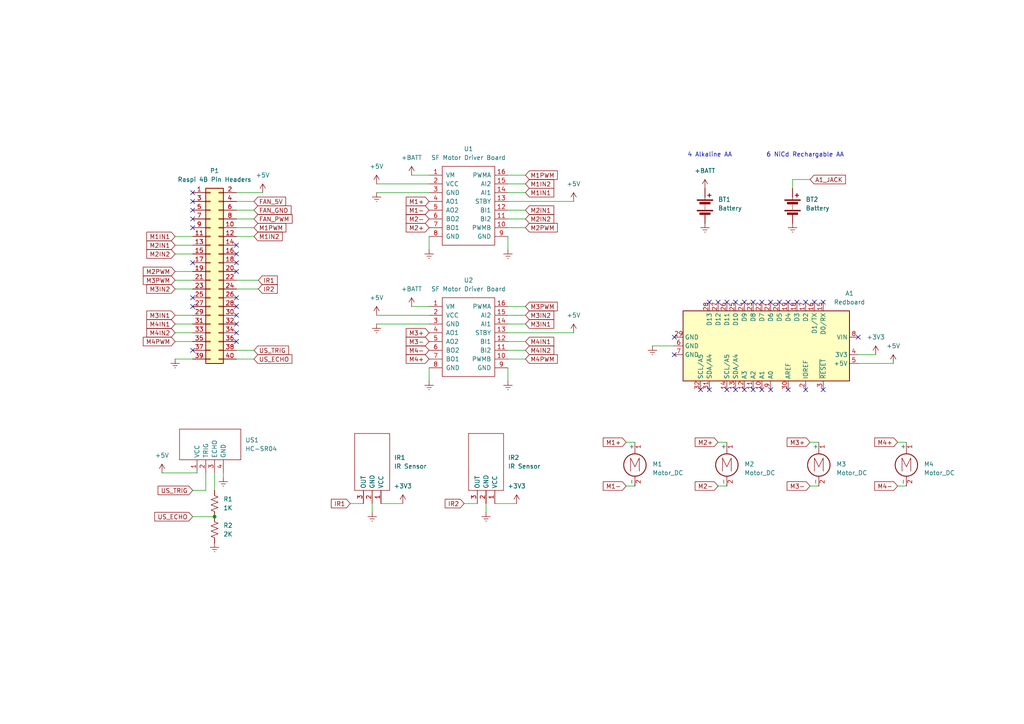
<source format=kicad_sch>
(kicad_sch (version 20230121) (generator eeschema)
  (paper "A4")
  (title_block (title "Sumo Robot 2 Electronics") (date "2023-11-28") (rev "2") (company "Vladyslav Aviedov") (comment 1 "GE1501 Cornerstone of Engineering"))
  (lib_symbols
    (symbol "Connector_Generic:Conn_02x20_Odd_Even" (pin_names (offset 1.016) hide)
      (property "Reference" "J" (at 1.27 25.4 0))
      (property "Value" "Conn_02x20_Odd_Even" (at 1.27 -27.94 0))
      (symbol "Conn_02x20_Odd_Even_1_1"
        (rectangle (start -1.27 -25.273) (end 0 -25.527) (stroke (width 0.1524)))
        (rectangle (start -1.27 -22.733) (end 0 -22.987) (stroke (width 0.1524)))
        (rectangle (start -1.27 -20.193) (end 0 -20.447) (stroke (width 0.1524)))
        (rectangle (start -1.27 -17.653) (end 0 -17.907) (stroke (width 0.1524)))
        (rectangle (start -1.27 -15.113) (end 0 -15.367) (stroke (width 0.1524)))
        (rectangle (start -1.27 -12.573) (end 0 -12.827) (stroke (width 0.1524)))
        (rectangle (start -1.27 -10.033) (end 0 -10.287) (stroke (width 0.1524)))
        (rectangle (start -1.27 -7.493) (end 0 -7.747) (stroke (width 0.1524)))
        (rectangle (start -1.27 -4.953) (end 0 -5.207) (stroke (width 0.1524)))
        (rectangle (start -1.27 -2.413) (end 0 -2.667) (stroke (width 0.1524)))
        (rectangle (start -1.27 0.127) (end 0 -0.127) (stroke (width 0.1524)))
        (rectangle (start -1.27 2.667) (end 0 2.413) (stroke (width 0.1524)))
        (rectangle (start -1.27 5.207) (end 0 4.953) (stroke (width 0.1524)))
        (rectangle (start -1.27 7.747) (end 0 7.493) (stroke (width 0.1524)))
        (rectangle (start -1.27 10.287) (end 0 10.033) (stroke (width 0.1524)))
        (rectangle (start -1.27 12.827) (end 0 12.573) (stroke (width 0.1524)))
        (rectangle (start -1.27 15.367) (end 0 15.113) (stroke (width 0.1524)))
        (rectangle (start -1.27 17.907) (end 0 17.653) (stroke (width 0.1524)))
        (rectangle (start -1.27 20.447) (end 0 20.193) (stroke (width 0.1524)))
        (rectangle (start -1.27 22.987) (end 0 22.733) (stroke (width 0.1524)))
        (rectangle (start -1.27 24.13) (end 3.81 -26.67) (stroke (width 0.254)) (fill (type background)))
        (rectangle (start 3.81 -25.273) (end 2.54 -25.527) (stroke (width 0.1524)))
        (rectangle (start 3.81 -22.733) (end 2.54 -22.987) (stroke (width 0.1524)))
        (rectangle (start 3.81 -20.193) (end 2.54 -20.447) (stroke (width 0.1524)))
        (rectangle (start 3.81 -17.653) (end 2.54 -17.907) (stroke (width 0.1524)))
        (rectangle (start 3.81 -15.113) (end 2.54 -15.367) (stroke (width 0.1524)))
        (rectangle (start 3.81 -12.573) (end 2.54 -12.827) (stroke (width 0.1524)))
        (rectangle (start 3.81 -10.033) (end 2.54 -10.287) (stroke (width 0.1524)))
        (rectangle (start 3.81 -7.493) (end 2.54 -7.747) (stroke (width 0.1524)))
        (rectangle (start 3.81 -4.953) (end 2.54 -5.207) (stroke (width 0.1524)))
        (rectangle (start 3.81 -2.413) (end 2.54 -2.667) (stroke (width 0.1524)))
        (rectangle (start 3.81 0.127) (end 2.54 -0.127) (stroke (width 0.1524)))
        (rectangle (start 3.81 2.667) (end 2.54 2.413) (stroke (width 0.1524)))
        (rectangle (start 3.81 5.207) (end 2.54 4.953) (stroke (width 0.1524)))
        (rectangle (start 3.81 7.747) (end 2.54 7.493) (stroke (width 0.1524)))
        (rectangle (start 3.81 10.287) (end 2.54 10.033) (stroke (width 0.1524)))
        (rectangle (start 3.81 12.827) (end 2.54 12.573) (stroke (width 0.1524)))
        (rectangle (start 3.81 15.367) (end 2.54 15.113) (stroke (width 0.1524)))
        (rectangle (start 3.81 17.907) (end 2.54 17.653) (stroke (width 0.1524)))
        (rectangle (start 3.81 20.447) (end 2.54 20.193) (stroke (width 0.1524)))
        (rectangle (start 3.81 22.987) (end 2.54 22.733) (stroke (width 0.1524)))
        (pin passive line (at -5.08 22.86 0) (length 3.81) (name "Pin_1") (number "1"))
        (pin passive line (at 7.62 12.7 180) (length 3.81) (name "Pin_10") (number "10"))
        (pin passive line (at -5.08 10.16 0) (length 3.81) (name "Pin_11") (number "11"))
        (pin passive line (at 7.62 10.16 180) (length 3.81) (name "Pin_12") (number "12"))
        (pin passive line (at -5.08 7.62 0) (length 3.81) (name "Pin_13") (number "13"))
        (pin passive line (at 7.62 7.62 180) (length 3.81) (name "Pin_14") (number "14"))
        (pin passive line (at -5.08 5.08 0) (length 3.81) (name "Pin_15") (number "15"))
        (pin passive line (at 7.62 5.08 180) (length 3.81) (name "Pin_16") (number "16"))
        (pin passive line (at -5.08 2.54 0) (length 3.81) (name "Pin_17") (number "17"))
        (pin passive line (at 7.62 2.54 180) (length 3.81) (name "Pin_18") (number "18"))
        (pin passive line (at -5.08 0 0) (length 3.81) (name "Pin_19") (number "19"))
        (pin passive line (at 7.62 22.86 180) (length 3.81) (name "Pin_2") (number "2"))
        (pin passive line (at 7.62 0 180) (length 3.81) (name "Pin_20") (number "20"))
        (pin passive line (at -5.08 -2.54 0) (length 3.81) (name "Pin_21") (number "21"))
        (pin passive line (at 7.62 -2.54 180) (length 3.81) (name "Pin_22") (number "22"))
        (pin passive line (at -5.08 -5.08 0) (length 3.81) (name "Pin_23") (number "23"))
        (pin passive line (at 7.62 -5.08 180) (length 3.81) (name "Pin_24") (number "24"))
        (pin passive line (at -5.08 -7.62 0) (length 3.81) (name "Pin_25") (number "25"))
        (pin passive line (at 7.62 -7.62 180) (length 3.81) (name "Pin_26") (number "26"))
        (pin passive line (at -5.08 -10.16 0) (length 3.81) (name "Pin_27") (number "27"))
        (pin passive line (at 7.62 -10.16 180) (length 3.81) (name "Pin_28") (number "28"))
        (pin passive line (at -5.08 -12.7 0) (length 3.81) (name "Pin_29") (number "29"))
        (pin passive line (at -5.08 20.32 0) (length 3.81) (name "Pin_3") (number "3"))
        (pin passive line (at 7.62 -12.7 180) (length 3.81) (name "Pin_30") (number "30"))
        (pin passive line (at -5.08 -15.24 0) (length 3.81) (name "Pin_31") (number "31"))
        (pin passive line (at 7.62 -15.24 180) (length 3.81) (name "Pin_32") (number "32"))
        (pin passive line (at -5.08 -17.78 0) (length 3.81) (name "Pin_33") (number "33"))
        (pin passive line (at 7.62 -17.78 180) (length 3.81) (name "Pin_34") (number "34"))
        (pin passive line (at -5.08 -20.32 0) (length 3.81) (name "Pin_35") (number "35"))
        (pin passive line (at 7.62 -20.32 180) (length 3.81) (name "Pin_36") (number "36"))
        (pin passive line (at -5.08 -22.86 0) (length 3.81) (name "Pin_37") (number "37"))
        (pin passive line (at 7.62 -22.86 180) (length 3.81) (name "Pin_38") (number "38"))
        (pin passive line (at -5.08 -25.4 0) (length 3.81) (name "Pin_39") (number "39"))
        (pin passive line (at 7.62 20.32 180) (length 3.81) (name "Pin_4") (number "4"))
        (pin passive line (at 7.62 -25.4 180) (length 3.81) (name "Pin_40") (number "40"))
        (pin passive line (at -5.08 17.78 0) (length 3.81) (name "Pin_5") (number "5"))
        (pin passive line (at 7.62 17.78 180) (length 3.81) (name "Pin_6") (number "6"))
        (pin passive line (at -5.08 15.24 0) (length 3.81) (name "Pin_7") (number "7"))
        (pin passive line (at 7.62 15.24 180) (length 3.81) (name "Pin_8") (number "8"))
        (pin passive line (at -5.08 12.7 0) (length 3.81) (name "Pin_9") (number "9"))
      )
    )
    (symbol "Device:Battery" (pin_numbers hide) (pin_names (offset 0) hide)
      (property "Reference" "BT" (at 2.54 2.54 0))
      (property "Value" "Battery" (at 2.54 0 0))
      (symbol "Battery_0_1"
        (rectangle (start -2.286 -1.27) (end 2.286 -1.524) (fill (type outline)))
        (rectangle (start -2.286 1.778) (end 2.286 1.524) (fill (type outline)))
        (rectangle (start -1.524 -2.032) (end 1.524 -2.54) (fill (type outline)))
        (rectangle (start -1.524 1.016) (end 1.524 0.508) (fill (type outline)))
        (polyline (pts (xy 0 -1.016) (xy 0 -0.762)))
        (polyline (pts (xy 0 -0.508) (xy 0 -0.254)))
        (polyline (pts (xy 0 0) (xy 0 0.254)))
        (polyline (pts (xy 0 1.778) (xy 0 2.54)))
        (polyline (pts (xy 0.762 3.048) (xy 1.778 3.048)) (stroke (width 0.254)))
        (polyline (pts (xy 1.27 3.556) (xy 1.27 2.54)) (stroke (width 0.254)))
      )
      (symbol "Battery_1_1"
        (pin passive line (at 0 5.08 270) (length 2.54) (name "+") (number "1"))
        (pin passive line (at 0 -5.08 90) (length 2.54) (name "-") (number "2"))
      )
    )
    (symbol "Device:R_US" (pin_numbers hide) (pin_names (offset 0))
      (property "Reference" "R" (at 2.54 0 90))
      (property "Value" "R_US" (at -2.54 0 90))
      (symbol "R_US_0_1"
        (polyline (pts (xy 0 -2.286) (xy 0 -2.54)))
        (polyline (pts (xy 0 2.286) (xy 0 2.54)))
        (polyline (pts (xy 0 -0.762) (xy 1.016 -1.143) (xy 0 -1.524) (xy -1.016 -1.905) (xy 0 -2.286)))
        (polyline (pts (xy 0 0.762) (xy 1.016 0.381) (xy 0 0) (xy -1.016 -0.381) (xy 0 -0.762)))
        (polyline (pts (xy 0 2.286) (xy 1.016 1.905) (xy 0 1.524) (xy -1.016 1.143) (xy 0 0.762)))
      )
      (symbol "R_US_1_1"
        (pin passive line (at 0 3.81 270) (length 1.27) (name "~") (number "1"))
        (pin passive line (at 0 -3.81 90) (length 1.27) (name "~") (number "2"))
      )
    )
    (symbol "IR Sensor_1"
      (property "Reference" "U" (at 0 -10.16 0))
      (property "Value" "IR Sensor" (at 0 -12.7 0))
      (symbol "IR Sensor_1_0_1"
        (rectangle (start 5.08 -8.89) (end -5.08 7.62))
      )
      (symbol "IR Sensor_1_1_1"
        (pin input line (at -2.54 11.43 270) (length 3.81) (name "VCC") (number "1"))
        (pin input line (at 0 11.43 270) (length 3.81) (name "GND") (number "2"))
        (pin output line (at 2.54 11.43 270) (length 3.81) (name "OUT") (number "3"))
      )
    )
    (symbol "MCU_Module:Arduino_UNO_R3"
      (property "Reference" "A" (at -10.16 23.495 0))
      (property "Value" "Arduino_UNO_R3" (at 5.08 -26.67 0))
      (symbol "Arduino_UNO_R3_0_1"
        (rectangle (start -10.16 22.86) (end 10.16 -25.4) (stroke (width 0.254)) (fill (type background)))
      )
      (symbol "Arduino_UNO_R3_1_1"
        (pin no_connect line (at -10.16 -20.32 0) (length 2.54) hide (name "NC") (number "1"))
        (pin bidirectional line (at 12.7 -2.54 180) (length 2.54) (name "A1") (number "10"))
        (pin bidirectional line (at 12.7 -5.08 180) (length 2.54) (name "A2") (number "11"))
        (pin bidirectional line (at 12.7 -7.62 180) (length 2.54) (name "A3") (number "12"))
        (pin bidirectional line (at 12.7 -10.16 180) (length 2.54) (name "SDA/A4") (number "13"))
        (pin bidirectional line (at 12.7 -12.7 180) (length 2.54) (name "SCL/A5") (number "14"))
        (pin bidirectional line (at -12.7 15.24 0) (length 2.54) (name "D0/RX") (number "15"))
        (pin bidirectional line (at -12.7 12.7 0) (length 2.54) (name "D1/TX") (number "16"))
        (pin bidirectional line (at -12.7 10.16 0) (length 2.54) (name "D2") (number "17"))
        (pin bidirectional line (at -12.7 7.62 0) (length 2.54) (name "D3") (number "18"))
        (pin bidirectional line (at -12.7 5.08 0) (length 2.54) (name "D4") (number "19"))
        (pin output line (at 12.7 10.16 180) (length 2.54) (name "IOREF") (number "2"))
        (pin bidirectional line (at -12.7 2.54 0) (length 2.54) (name "D5") (number "20"))
        (pin bidirectional line (at -12.7 0 0) (length 2.54) (name "D6") (number "21"))
        (pin bidirectional line (at -12.7 -2.54 0) (length 2.54) (name "D7") (number "22"))
        (pin bidirectional line (at -12.7 -5.08 0) (length 2.54) (name "D8") (number "23"))
        (pin bidirectional line (at -12.7 -7.62 0) (length 2.54) (name "D9") (number "24"))
        (pin bidirectional line (at -12.7 -10.16 0) (length 2.54) (name "D10") (number "25"))
        (pin bidirectional line (at -12.7 -12.7 0) (length 2.54) (name "D11") (number "26"))
        (pin bidirectional line (at -12.7 -15.24 0) (length 2.54) (name "D12") (number "27"))
        (pin bidirectional line (at -12.7 -17.78 0) (length 2.54) (name "D13") (number "28"))
        (pin power_in line (at -2.54 -27.94 90) (length 2.54) (name "GND") (number "29"))
        (pin input line (at 12.7 15.24 180) (length 2.54) (name "~{RESET}") (number "3"))
        (pin input line (at 12.7 5.08 180) (length 2.54) (name "AREF") (number "30"))
        (pin bidirectional line (at 12.7 -17.78 180) (length 2.54) (name "SDA/A4") (number "31"))
        (pin bidirectional line (at 12.7 -20.32 180) (length 2.54) (name "SCL/A5") (number "32"))
        (pin power_out line (at 2.54 25.4 270) (length 2.54) (name "3V3") (number "4"))
        (pin power_out line (at 5.08 25.4 270) (length 2.54) (name "+5V") (number "5"))
        (pin power_in line (at 0 -27.94 90) (length 2.54) (name "GND") (number "6"))
        (pin power_in line (at 2.54 -27.94 90) (length 2.54) (name "GND") (number "7"))
        (pin power_in line (at -2.54 25.4 270) (length 2.54) (name "VIN") (number "8"))
        (pin bidirectional line (at 12.7 0 180) (length 2.54) (name "A0") (number "9"))
      )
    )
    (symbol "Motor:Motor_DC" (pin_names (offset 0))
      (property "Reference" "M" (at 2.54 2.54 0))
      (property "Value" "Motor_DC" (at 2.54 -5.08 0))
      (symbol "Motor_DC_0_0"
        (polyline (pts (xy -1.27 -3.302) (xy -1.27 0.508) (xy 0 -2.032) (xy 1.27 0.508) (xy 1.27 -3.302)))
      )
      (symbol "Motor_DC_0_1"
        (circle (center 0 -1.524) (radius 3.2512) (stroke (width 0.254)))
        (polyline (pts (xy 0 -7.62) (xy 0 -7.112)))
        (polyline (pts (xy 0 -4.7752) (xy 0 -5.1816)))
        (polyline (pts (xy 0 1.7272) (xy 0 2.0828)))
        (polyline (pts (xy 0 2.032) (xy 0 2.54)))
      )
      (symbol "Motor_DC_1_1"
        (pin passive line (at 0 5.08 270) (length 2.54) (name "+") (number "1"))
        (pin passive line (at 0 -7.62 90) (length 2.54) (name "-") (number "2"))
      )
    )
    (symbol "power:+3V3" (power) (pin_names (offset 0))
      (property "Value" "+3V3" (at 0 3.556 0))
      (symbol "+3V3_0_1"
        (polyline (pts (xy -0.762 1.27) (xy 0 2.54)))
        (polyline (pts (xy 0 0) (xy 0 2.54)))
        (polyline (pts (xy 0 2.54) (xy 0.762 1.27)))
      )
      (symbol "+3V3_1_1"
        (pin power_in line (at 0 0 90) (length 0) hide (name "+3V3") (number "1"))
      )
    )
    (symbol "power:+5V" (power) (pin_names (offset 0))
      (property "Value" "+5V" (at 0 3.556 0))
      (symbol "+5V_0_1"
        (polyline (pts (xy -0.762 1.27) (xy 0 2.54)))
        (polyline (pts (xy 0 0) (xy 0 2.54)))
        (polyline (pts (xy 0 2.54) (xy 0.762 1.27)))
      )
      (symbol "+5V_1_1"
        (pin power_in line (at 0 0 90) (length 0) hide (name "+5V") (number "1"))
      )
    )
    (symbol "power:+BATT" (power) (pin_names (offset 0))
      (property "Value" "+BATT" (at 0 3.556 0))
      (symbol "+BATT_0_1"
        (polyline (pts (xy -0.762 1.27) (xy 0 2.54)))
        (polyline (pts (xy 0 0) (xy 0 2.54)))
        (polyline (pts (xy 0 2.54) (xy 0.762 1.27)))
      )
      (symbol "+BATT_1_1"
        (pin power_in line (at 0 0 90) (length 0) hide (name "+BATT") (number "1"))
      )
    )
    (symbol "power:Earth" (power) (pin_names (offset 0))
      (symbol "Earth_0_1"
        (polyline (pts (xy -0.635 -1.905) (xy 0.635 -1.905)))
        (polyline (pts (xy -0.127 -2.54) (xy 0.127 -2.54)))
        (polyline (pts (xy 0 -1.27) (xy 0 0)))
        (polyline (pts (xy 1.27 -1.27) (xy -1.27 -1.27)))
      )
      (symbol "Earth_1_1"
        (pin power_in line (at 0 0 270) (length 0) hide (name "Earth") (number "1"))
      )
    )
    (symbol "sf:HC-SR04"
      (property "Reference" "U" (at 0 5.08 0))
      (property "Value" "HC-SR04" (at 1.27 7.62 0))
      (symbol "HC-SR04_0_1"
        (rectangle (start -8.89 3.81) (end 8.89 -5.08))
      )
      (symbol "HC-SR04_1_1"
        (pin input line (at -3.81 -8.89 90) (length 3.81) (name "VCC") (number "1"))
        (pin input line (at -1.27 -8.89 90) (length 3.81) (name "TRIG") (number "2"))
        (pin output line (at 1.27 -8.89 90) (length 3.81) (name "ECHO") (number "3"))
        (pin input line (at 3.81 -8.89 90) (length 3.81) (name "GND") (number "4"))
      )
    )
    (symbol "sf:SF Motor Driver Board" (pin_names (offset 1.016))
      (property "Reference" "J" (at 0 12.7 0))
      (property "Value" "SF Motor Driver Board" (at 0 -17.78 0))
      (symbol "SF Motor Driver Board_0_1"
        (rectangle (start -7.62 8.89) (end 7.62 -13.97))
      )
      (symbol "SF Motor Driver Board_1_1"
        (pin input line (at -11.43 6.35 0) (length 3.81) (name "VM") (number "1"))
        (pin input line (at 11.43 -8.89 180) (length 3.81) (name "PWMB") (number "10"))
        (pin input line (at 11.43 -6.35 180) (length 3.81) (name "BI2") (number "11"))
        (pin input line (at 11.43 -3.81 180) (length 3.81) (name "BI1") (number "12"))
        (pin input line (at 11.43 -1.27 180) (length 3.81) (name "STBY") (number "13"))
        (pin input line (at 11.43 1.27 180) (length 3.81) (name "AI1") (number "14"))
        (pin input line (at 11.43 3.81 180) (length 3.81) (name "AI2") (number "15"))
        (pin input line (at 11.43 6.35 180) (length 3.81) (name "PWMA") (number "16"))
        (pin input line (at -11.43 3.81 0) (length 3.81) (name "VCC") (number "2"))
        (pin input line (at -11.43 1.27 0) (length 3.81) (name "GND") (number "3"))
        (pin output line (at -11.43 -1.27 0) (length 3.81) (name "AO1") (number "4"))
        (pin output line (at -11.43 -3.81 0) (length 3.81) (name "AO2") (number "5"))
        (pin output line (at -11.43 -6.35 0) (length 3.81) (name "BO2") (number "6"))
        (pin output line (at -11.43 -8.89 0) (length 3.81) (name "BO1") (number "7"))
        (pin input line (at -11.43 -11.43 0) (length 3.81) (name "GND") (number "8"))
        (pin input line (at 11.43 -11.43 180) (length 3.81) (name "GND") (number "9"))
      )
    )
  )
  (junction (at 62.23 149.86))
  (no_connect (at 68.58 71.12))
  (no_connect (at 213.36 87.63))
  (no_connect (at 55.88 88.9))
  (no_connect (at 223.52 87.63))
  (no_connect (at 195.58 102.87))
  (no_connect (at 231.14 87.63))
  (no_connect (at 55.88 63.5))
  (no_connect (at 226.06 87.63))
  (no_connect (at 220.98 87.63))
  (no_connect (at 236.22 87.63))
  (no_connect (at 218.44 87.63))
  (no_connect (at 210.82 87.63))
  (no_connect (at 223.52 113.03))
  (no_connect (at 233.68 87.63))
  (no_connect (at 55.88 101.6))
  (no_connect (at 205.74 87.63))
  (no_connect (at 203.2 113.03))
  (no_connect (at 68.58 99.06))
  (no_connect (at 68.58 96.52))
  (no_connect (at 238.76 113.03))
  (no_connect (at 55.88 55.88))
  (no_connect (at 68.58 86.36))
  (no_connect (at 228.6 87.63))
  (no_connect (at 233.68 113.03))
  (no_connect (at 55.88 58.42))
  (no_connect (at 68.58 78.74))
  (no_connect (at 208.28 87.63))
  (no_connect (at 238.76 87.63))
  (no_connect (at 220.98 113.03))
  (no_connect (at 68.58 73.66))
  (no_connect (at 218.44 113.03))
  (no_connect (at 55.88 66.04))
  (no_connect (at 213.36 113.03))
  (no_connect (at 205.74 113.03))
  (no_connect (at 68.58 93.98))
  (no_connect (at 68.58 88.9))
  (no_connect (at 248.92 97.79))
  (no_connect (at 55.88 76.2))
  (no_connect (at 210.82 113.03))
  (no_connect (at 55.88 86.36))
  (no_connect (at 55.88 60.96))
  (no_connect (at 68.58 91.44))
  (no_connect (at 195.58 97.79))
  (no_connect (at 215.9 113.03))
  (no_connect (at 228.6 113.03))
  (no_connect (at 215.9 87.63))
  (no_connect (at 68.58 76.2))
  (wire (pts (xy 50.8 99.06) (xy 55.88 99.06)))
  (wire (pts (xy 59.69 142.24) (xy 55.88 142.24)))
  (wire (pts (xy 147.32 106.68) (xy 147.32 110.49)))
  (wire (pts (xy 50.8 96.52) (xy 55.88 96.52)))
  (wire (pts (xy 119.38 88.9) (xy 124.46 88.9)))
  (wire (pts (xy 50.8 104.14) (xy 55.88 104.14)))
  (wire (pts (xy 55.88 68.58) (xy 50.8 68.58)))
  (wire (pts (xy 229.87 52.07) (xy 229.87 54.61)))
  (wire (pts (xy 109.22 55.88) (xy 124.46 55.88)))
  (wire (pts (xy 124.46 68.58) (xy 124.46 72.39)))
  (wire (pts (xy 59.69 137.16) (xy 59.69 142.24)))
  (wire (pts (xy 101.6 146.05) (xy 105.41 146.05)))
  (wire (pts (xy 50.8 93.98) (xy 55.88 93.98)))
  (wire (pts (xy 147.32 58.42) (xy 166.37 58.42)))
  (wire (pts (xy 234.95 52.07) (xy 229.87 52.07)))
  (wire (pts (xy 62.23 137.16) (xy 62.23 142.24)))
  (wire (pts (xy 147.32 60.96) (xy 152.4 60.96)))
  (wire (pts (xy 109.22 53.34) (xy 124.46 53.34)))
  (wire (pts (xy 50.8 91.44) (xy 55.88 91.44)))
  (wire (pts (xy 55.88 149.86) (xy 62.23 149.86)))
  (wire (pts (xy 147.32 91.44) (xy 152.4 91.44)))
  (wire (pts (xy 181.61 128.27) (xy 184.15 128.27)))
  (wire (pts (xy 189.23 100.33) (xy 195.58 100.33)))
  (wire (pts (xy 109.22 91.44) (xy 124.46 91.44)))
  (wire (pts (xy 50.8 78.74) (xy 55.88 78.74)))
  (wire (pts (xy 208.28 128.27) (xy 210.82 128.27)))
  (wire (pts (xy 143.51 146.05) (xy 149.86 146.05)))
  (wire (pts (xy 147.32 93.98) (xy 152.4 93.98)))
  (wire (pts (xy 109.22 93.98) (xy 124.46 93.98)))
  (wire (pts (xy 68.58 68.58) (xy 73.66 68.58)))
  (wire (pts (xy 147.32 53.34) (xy 152.4 53.34)))
  (wire (pts (xy 147.32 104.14) (xy 152.4 104.14)))
  (wire (pts (xy 208.28 140.97) (xy 210.82 140.97)))
  (wire (pts (xy 68.58 55.88) (xy 76.2 55.88)))
  (wire (pts (xy 119.38 50.8) (xy 124.46 50.8)))
  (wire (pts (xy 68.58 60.96) (xy 73.66 60.96)))
  (wire (pts (xy 68.58 104.14) (xy 73.66 104.14)))
  (wire (pts (xy 50.8 81.28) (xy 55.88 81.28)))
  (wire (pts (xy 68.58 63.5) (xy 73.66 63.5)))
  (wire (pts (xy 260.35 128.27) (xy 262.89 128.27)))
  (wire (pts (xy 50.8 73.66) (xy 55.88 73.66)))
  (wire (pts (xy 234.95 140.97) (xy 237.49 140.97)))
  (wire (pts (xy 147.32 96.52) (xy 166.37 96.52)))
  (wire (pts (xy 248.92 105.41) (xy 259.08 105.41)))
  (wire (pts (xy 234.95 128.27) (xy 237.49 128.27)))
  (wire (pts (xy 64.77 137.16) (xy 64.77 138.43)))
  (wire (pts (xy 140.97 146.05) (xy 140.97 148.59)))
  (wire (pts (xy 147.32 63.5) (xy 152.4 63.5)))
  (wire (pts (xy 68.58 66.04) (xy 73.66 66.04)))
  (wire (pts (xy 147.32 55.88) (xy 152.4 55.88)))
  (wire (pts (xy 181.61 140.97) (xy 184.15 140.97)))
  (wire (pts (xy 147.32 68.58) (xy 147.32 72.39)))
  (wire (pts (xy 68.58 81.28) (xy 74.93 81.28)))
  (wire (pts (xy 147.32 99.06) (xy 152.4 99.06)))
  (wire (pts (xy 248.92 102.87) (xy 254 102.87)))
  (wire (pts (xy 147.32 50.8) (xy 152.4 50.8)))
  (wire (pts (xy 124.46 106.68) (xy 124.46 110.49)))
  (wire (pts (xy 68.58 83.82) (xy 74.93 83.82)))
  (wire (pts (xy 134.62 146.05) (xy 138.43 146.05)))
  (wire (pts (xy 147.32 101.6) (xy 152.4 101.6)))
  (wire (pts (xy 50.8 83.82) (xy 55.88 83.82)))
  (wire (pts (xy 110.49 146.05) (xy 116.84 146.05)))
  (wire (pts (xy 260.35 140.97) (xy 262.89 140.97)))
  (wire (pts (xy 73.66 101.6) (xy 68.58 101.6)))
  (wire (pts (xy 46.99 137.16) (xy 57.15 137.16)))
  (wire (pts (xy 147.32 88.9) (xy 152.4 88.9)))
  (wire (pts (xy 107.95 146.05) (xy 107.95 148.59)))
  (wire (pts (xy 50.8 71.12) (xy 55.88 71.12)))
  (wire (pts (xy 147.32 66.04) (xy 152.4 66.04)))
  (wire (pts (xy 68.58 58.42) (xy 73.66 58.42)))
  (text "4 Alkaline AA\n" (at 199.39 45.72 0) (effects (font (size 1.27 1.27)) (justify left bottom)))
  (text "6 NiCd Rechargable AA\n" (at 222.25 45.72 0) (effects (font (size 1.27 1.27)) (justify left bottom)))
  (global_label "M3-" (shape input) (at 124.46 99.06 180) (property "Intersheetrefs" "${INTERSHEET_REFS}" (effects hide)))
  (global_label "US_TRIG" (shape input) (at 73.66 101.6 0) (property "Intersheetrefs" "${INTERSHEET_REFS}" (effects hide)))
  (global_label "M3-" (shape input) (at 234.95 140.97 180) (property "Intersheetrefs" "${INTERSHEET_REFS}" (effects hide)))
  (global_label "IR2" (shape input) (at 74.93 83.82 0) (property "Intersheetrefs" "${INTERSHEET_REFS}" (effects hide)))
  (global_label "M4-" (shape input) (at 124.46 101.6 180) (property "Intersheetrefs" "${INTERSHEET_REFS}" (effects hide)))
  (global_label "FAN_5V" (shape input) (at 73.66 58.42 0) (property "Intersheetrefs" "${INTERSHEET_REFS}" (effects hide)))
  (global_label "M2IN1" (shape input) (at 50.8 71.12 180) (property "Intersheetrefs" "${INTERSHEET_REFS}" (effects hide)))
  (global_label "A1_JACK" (shape input) (at 234.95 52.07 0) (property "Intersheetrefs" "${INTERSHEET_REFS}" (effects hide)))
  (global_label "M3IN1" (shape input) (at 50.8 91.44 180) (property "Intersheetrefs" "${INTERSHEET_REFS}" (effects hide)))
  (global_label "US_ECHO" (shape input) (at 73.66 104.14 0) (property "Intersheetrefs" "${INTERSHEET_REFS}" (effects hide)))
  (global_label "M2PWM" (shape input) (at 152.4 66.04 0) (property "Intersheetrefs" "${INTERSHEET_REFS}" (effects hide)))
  (global_label "M1+" (shape input) (at 124.46 58.42 180) (property "Intersheetrefs" "${INTERSHEET_REFS}" (effects hide)))
  (global_label "M3IN2" (shape input) (at 50.8 83.82 180) (property "Intersheetrefs" "${INTERSHEET_REFS}" (effects hide)))
  (global_label "M4IN2" (shape input) (at 50.8 96.52 180) (property "Intersheetrefs" "${INTERSHEET_REFS}" (effects hide)))
  (global_label "M2PWM" (shape input) (at 50.8 78.74 180) (property "Intersheetrefs" "${INTERSHEET_REFS}" (effects hide)))
  (global_label "M3PWM" (shape input) (at 50.8 81.28 180) (property "Intersheetrefs" "${INTERSHEET_REFS}" (effects hide)))
  (global_label "M1PWM" (shape input) (at 152.4 50.8 0) (property "Intersheetrefs" "${INTERSHEET_REFS}" (effects hide)))
  (global_label "M1IN2" (shape input) (at 73.66 68.58 0) (property "Intersheetrefs" "${INTERSHEET_REFS}" (effects hide)))
  (global_label "M3+" (shape input) (at 124.46 96.52 180) (property "Intersheetrefs" "${INTERSHEET_REFS}" (effects hide)))
  (global_label "M2IN2" (shape input) (at 152.4 63.5 0) (property "Intersheetrefs" "${INTERSHEET_REFS}" (effects hide)))
  (global_label "M3IN2" (shape input) (at 152.4 91.44 0) (property "Intersheetrefs" "${INTERSHEET_REFS}" (effects hide)))
  (global_label "IR2" (shape input) (at 134.62 146.05 180) (property "Intersheetrefs" "${INTERSHEET_REFS}" (effects hide)))
  (global_label "M3PWM" (shape input) (at 152.4 88.9 0) (property "Intersheetrefs" "${INTERSHEET_REFS}" (effects hide)))
  (global_label "M3+" (shape input) (at 234.95 128.27 180) (property "Intersheetrefs" "${INTERSHEET_REFS}" (effects hide)))
  (global_label "IR1" (shape input) (at 101.6 146.05 180) (property "Intersheetrefs" "${INTERSHEET_REFS}" (effects hide)))
  (global_label "FAN_GND" (shape input) (at 73.66 60.96 0) (property "Intersheetrefs" "${INTERSHEET_REFS}" (effects hide)))
  (global_label "M2IN2" (shape input) (at 50.8 73.66 180) (property "Intersheetrefs" "${INTERSHEET_REFS}" (effects hide)))
  (global_label "M2+" (shape input) (at 208.28 128.27 180) (property "Intersheetrefs" "${INTERSHEET_REFS}" (effects hide)))
  (global_label "M4IN1" (shape input) (at 50.8 93.98 180) (property "Intersheetrefs" "${INTERSHEET_REFS}" (effects hide)))
  (global_label "M2IN1" (shape input) (at 152.4 60.96 0) (property "Intersheetrefs" "${INTERSHEET_REFS}" (effects hide)))
  (global_label "M4+" (shape input) (at 260.35 128.27 180) (property "Intersheetrefs" "${INTERSHEET_REFS}" (effects hide)))
  (global_label "M1IN2" (shape input) (at 152.4 53.34 0) (property "Intersheetrefs" "${INTERSHEET_REFS}" (effects hide)))
  (global_label "M4IN1" (shape input) (at 152.4 99.06 0) (property "Intersheetrefs" "${INTERSHEET_REFS}" (effects hide)))
  (global_label "M1IN1" (shape input) (at 152.4 55.88 0) (property "Intersheetrefs" "${INTERSHEET_REFS}" (effects hide)))
  (global_label "M1IN1" (shape input) (at 50.8 68.58 180) (property "Intersheetrefs" "${INTERSHEET_REFS}" (effects hide)))
  (global_label "M2-" (shape input) (at 208.28 140.97 180) (property "Intersheetrefs" "${INTERSHEET_REFS}" (effects hide)))
  (global_label "M4PWM" (shape input) (at 50.8 99.06 180) (property "Intersheetrefs" "${INTERSHEET_REFS}" (effects hide)))
  (global_label "FAN_PWM" (shape input) (at 73.66 63.5 0) (property "Intersheetrefs" "${INTERSHEET_REFS}" (effects hide)))
  (global_label "M4IN2" (shape input) (at 152.4 101.6 0) (property "Intersheetrefs" "${INTERSHEET_REFS}" (effects hide)))
  (global_label "M1PWM" (shape input) (at 73.66 66.04 0) (property "Intersheetrefs" "${INTERSHEET_REFS}" (effects hide)))
  (global_label "M1+" (shape input) (at 181.61 128.27 180) (property "Intersheetrefs" "${INTERSHEET_REFS}" (effects hide)))
  (global_label "M2-" (shape input) (at 124.46 63.5 180) (property "Intersheetrefs" "${INTERSHEET_REFS}" (effects hide)))
  (global_label "M1-" (shape input) (at 124.46 60.96 180) (property "Intersheetrefs" "${INTERSHEET_REFS}" (effects hide)))
  (global_label "M4+" (shape input) (at 124.46 104.14 180) (property "Intersheetrefs" "${INTERSHEET_REFS}" (effects hide)))
  (global_label "M3IN1" (shape input) (at 152.4 93.98 0) (property "Intersheetrefs" "${INTERSHEET_REFS}" (effects hide)))
  (global_label "US_ECHO" (shape input) (at 55.88 149.86 180) (property "Intersheetrefs" "${INTERSHEET_REFS}" (effects hide)))
  (global_label "IR1" (shape input) (at 74.93 81.28 0) (property "Intersheetrefs" "${INTERSHEET_REFS}" (effects hide)))
  (global_label "M2+" (shape input) (at 124.46 66.04 180) (property "Intersheetrefs" "${INTERSHEET_REFS}" (effects hide)))
  (global_label "M4PWM" (shape input) (at 152.4 104.14 0) (property "Intersheetrefs" "${INTERSHEET_REFS}" (effects hide)))
  (global_label "US_TRIG" (shape input) (at 55.88 142.24 180) (property "Intersheetrefs" "${INTERSHEET_REFS}" (effects hide)))
  (global_label "M4-" (shape input) (at 260.35 140.97 180) (property "Intersheetrefs" "${INTERSHEET_REFS}" (effects hide)))
  (global_label "M1-" (shape input) (at 181.61 140.97 180) (property "Intersheetrefs" "${INTERSHEET_REFS}" (effects hide)))
  (symbol (lib_id "power:Earth") (at 140.97 148.59 0) (unit 1)
    (property "Reference" "#PWR026" (effects hide))
    (property "Value" "Earth" (effects hide))
  )
  (symbol (lib_id "power:Earth") (at 50.8 104.14 0) (unit 1)
    (property "Reference" "#PWR02" (effects hide))
    (property "Value" "Earth" (effects hide))
  )
  (symbol (lib_id "power:Earth") (at 64.77 138.43 0) (unit 1)
    (property "Reference" "#PWR016" (effects hide))
    (property "Value" "Earth" (effects hide))
  )
  (symbol (lib_name "IR Sensor_1") (lib_id "sf:IR Sensor") (at 107.95 134.62 180) (unit 1)
    (property "Reference" "IR1" (at 114.3 132.715 0) (effects (justify right)))
    (property "Value" "IR Sensor" (at 114.3 135.255 0) (effects (justify right)))
  )
  (symbol (lib_id "power:Earth") (at 204.47 64.77 0) (unit 1)
    (property "Reference" "#PWR013" (effects hide))
    (property "Value" "Earth" (effects hide))
  )
  (symbol (lib_id "power:+5V") (at 109.22 91.44 0) (unit 1)
    (property "Reference" "#PWR08" (effects hide))
    (property "Value" "+5V" (at 109.22 86.36 0))
  )
  (symbol (lib_id "sf:HC-SR04") (at 60.96 128.27 0) (unit 1)
    (property "Reference" "US1" (at 71.12 127.635 0) (effects (justify left)))
    (property "Value" "HC-SR04" (at 71.12 130.175 0) (effects (justify left)))
  )
  (symbol (lib_id "power:+5V") (at 76.2 55.88 0) (unit 1)
    (property "Reference" "#PWR01" (effects hide))
    (property "Value" "+5V" (at 76.2 50.8 0))
  )
  (symbol (lib_id "power:+BATT") (at 119.38 50.8 0) (unit 1)
    (property "Reference" "#PWR024" (effects hide))
    (property "Value" "+BATT" (at 119.38 45.72 0))
  )
  (symbol (lib_id "power:+BATT") (at 119.38 88.9 0) (unit 1)
    (property "Reference" "#PWR022" (effects hide))
    (property "Value" "+BATT" (at 119.38 83.82 0))
  )
  (symbol (lib_id "power:+BATT") (at 204.47 54.61 0) (unit 1)
    (property "Reference" "#PWR025" (effects hide))
    (property "Value" "+BATT" (at 204.47 49.53 0))
  )
  (symbol (lib_id "Device:R_US") (at 62.23 146.05 0) (unit 1)
    (property "Reference" "R1" (at 64.77 144.78 0) (effects (justify left)))
    (property "Value" "1K" (at 64.77 147.32 0) (effects (justify left)))
  )
  (symbol (lib_id "Device:R_US") (at 62.23 153.67 0) (unit 1)
    (property "Reference" "R2" (at 64.77 152.4 0) (effects (justify left)))
    (property "Value" "2K" (at 64.77 154.94 0) (effects (justify left)))
  )
  (symbol (lib_id "power:+5V") (at 46.99 137.16 0) (unit 1)
    (property "Reference" "#PWR017" (effects hide))
    (property "Value" "+5V" (at 46.99 132.08 0))
  )
  (symbol (lib_id "Motor:Motor_DC") (at 184.15 133.35 0) (unit 1)
    (property "Reference" "M1" (at 189.23 134.62 0) (effects (justify left)))
    (property "Value" "Motor_DC" (at 189.23 137.16 0) (effects (justify left)))
  )
  (symbol (lib_id "power:Earth") (at 109.22 93.98 0) (unit 1)
    (property "Reference" "#PWR09" (effects hide))
    (property "Value" "Earth" (effects hide))
  )
  (symbol (lib_id "Device:Battery") (at 229.87 59.69 0) (unit 1)
    (property "Reference" "BT2" (at 233.68 57.8485 0) (effects (justify left)))
    (property "Value" "Battery" (at 233.68 60.3885 0) (effects (justify left)))
  )
  (symbol (lib_id "power:+3V3") (at 254 102.87 0) (unit 1)
    (property "Reference" "#PWR019" (effects hide))
    (property "Value" "+3V3" (at 254 97.79 0))
  )
  (symbol (lib_name "IR Sensor_1") (lib_id "sf:IR Sensor") (at 140.97 134.62 180) (unit 1)
    (property "Reference" "IR2" (at 147.32 132.715 0) (effects (justify right)))
    (property "Value" "IR Sensor" (at 147.32 135.255 0) (effects (justify right)))
  )
  (symbol (lib_id "power:+3V3") (at 149.86 146.05 0) (unit 1)
    (property "Reference" "#PWR028" (effects hide))
    (property "Value" "+3V3" (at 149.86 140.97 0))
  )
  (symbol (lib_id "Motor:Motor_DC") (at 237.49 133.35 0) (unit 1)
    (property "Reference" "M3" (at 242.57 134.62 0) (effects (justify left)))
    (property "Value" "Motor_DC" (at 242.57 137.16 0) (effects (justify left)))
  )
  (symbol (lib_id "power:Earth") (at 189.23 100.33 0) (unit 1)
    (property "Reference" "#PWR014" (effects hide))
    (property "Value" "Earth" (effects hide))
  )
  (symbol (lib_id "power:+5V") (at 166.37 96.52 0) (unit 1)
    (property "Reference" "#PWR012" (effects hide))
    (property "Value" "+5V" (at 166.37 91.44 0))
  )
  (symbol (lib_id "power:+5V") (at 166.37 58.42 0) (unit 1)
    (property "Reference" "#PWR03" (effects hide))
    (property "Value" "+5V" (at 166.37 53.34 0))
  )
  (symbol (lib_id "Connector_Generic:Conn_02x20_Odd_Even") (at 60.96 78.74 0) (unit 1)
    (property "Reference" "P1" (at 62.23 49.53 0))
    (property "Value" "Raspi 4B Pin Headers" (at 62.23 52.07 0))
  )
  (symbol (lib_id "MCU_Module:Arduino_UNO_R3") (at 223.52 100.33 270) (unit 1)
    (property "Reference" "A1" (at 246.38 85.09 90))
    (property "Value" "Redboard" (at 246.38 87.63 90))
    (property "Footprint" "Module:Arduino_UNO_R3" (effects hide))
    (property "Datasheet" "https://www.arduino.cc/en/Main/arduinoBoardUno" (effects hide))
  )
  (symbol (lib_id "power:+3V3") (at 116.84 146.05 0) (unit 1)
    (property "Reference" "#PWR020" (effects hide))
    (property "Value" "+3V3" (at 116.84 140.97 0))
  )
  (symbol (lib_id "power:Earth") (at 109.22 55.88 0) (unit 1)
    (property "Reference" "#PWR04" (effects hide))
    (property "Value" "Earth" (effects hide))
  )
  (symbol (lib_id "Device:Battery") (at 204.47 59.69 0) (unit 1)
    (property "Reference" "BT1" (at 208.28 57.8485 0) (effects (justify left)))
    (property "Value" "Battery" (at 208.28 60.3885 0) (effects (justify left)))
  )
  (symbol (lib_id "power:+5V") (at 109.22 53.34 0) (unit 1)
    (property "Reference" "#PWR05" (effects hide))
    (property "Value" "+5V" (at 109.22 48.26 0))
  )
  (symbol (lib_id "power:Earth") (at 62.23 157.48 0) (unit 1)
    (property "Reference" "#PWR018" (effects hide))
    (property "Value" "Earth" (effects hide))
  )
  (symbol (lib_id "Motor:Motor_DC") (at 210.82 133.35 0) (unit 1)
    (property "Reference" "M2" (at 215.9 134.62 0) (effects (justify left)))
    (property "Value" "Motor_DC" (at 215.9 137.16 0) (effects (justify left)))
  )
  (symbol (lib_id "power:Earth") (at 124.46 72.39 0) (unit 1)
    (property "Reference" "#PWR06" (effects hide))
    (property "Value" "Earth" (effects hide))
  )
  (symbol (lib_id "sf:SF Motor Driver Board") (at 135.89 57.15 0) (unit 1)
    (property "Reference" "U1" (at 135.89 43.18 0))
    (property "Value" "SF Motor Driver Board" (at 135.89 45.72 0))
  )
  (symbol (lib_id "power:Earth") (at 107.95 148.59 0) (unit 1)
    (property "Reference" "#PWR021" (effects hide))
    (property "Value" "Earth" (effects hide))
  )
  (symbol (lib_id "Motor:Motor_DC") (at 262.89 133.35 0) (unit 1)
    (property "Reference" "M4" (at 267.97 134.62 0) (effects (justify left)))
    (property "Value" "Motor_DC" (at 267.97 137.16 0) (effects (justify left)))
  )
  (symbol (lib_id "power:Earth") (at 147.32 110.49 0) (unit 1)
    (property "Reference" "#PWR011" (effects hide))
    (property "Value" "Earth" (effects hide))
  )
  (symbol (lib_id "power:Earth") (at 147.32 72.39 0) (unit 1)
    (property "Reference" "#PWR07" (effects hide))
    (property "Value" "Earth" (effects hide))
  )
  (symbol (lib_id "power:Earth") (at 229.87 64.77 0) (unit 1)
    (property "Reference" "#PWR027" (effects hide))
    (property "Value" "Earth" (effects hide))
  )
  (symbol (lib_id "sf:SF Motor Driver Board") (at 135.89 95.25 0) (unit 1)
    (property "Reference" "U2" (at 135.89 81.28 0))
    (property "Value" "SF Motor Driver Board" (at 135.89 83.82 0))
  )
  (symbol (lib_id "power:Earth") (at 124.46 110.49 0) (unit 1)
    (property "Reference" "#PWR010" (effects hide))
    (property "Value" "Earth" (effects hide))
  )
  (symbol (lib_id "power:+5V") (at 259.08 105.41 0) (unit 1)
    (property "Reference" "#PWR015" (effects hide))
    (property "Value" "+5V" (at 259.08 100.33 0))
  )
)
</source>
